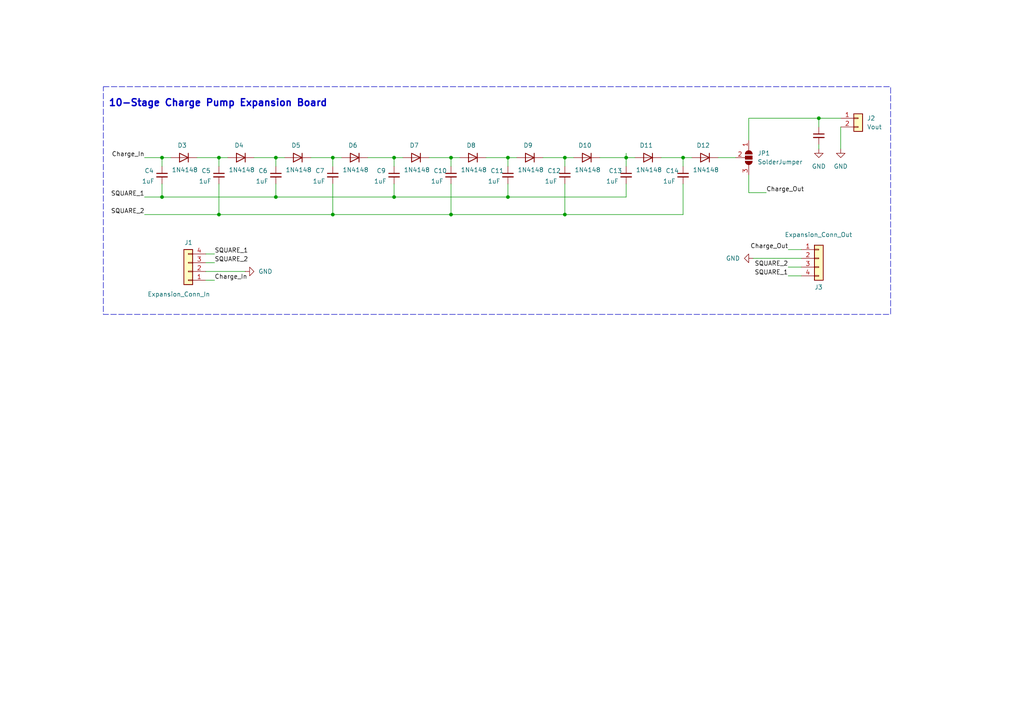
<source format=kicad_sch>
(kicad_sch (version 20231120) (generator "eeschema") (generator_version "8.0")
  (paper "A4")
  (title_block (title "NE555 Charge Pump Expansion Board") (date "2024-06-27") (rev "1.0") (company "EngrEDU"))
  (lib_symbols
    (symbol "Connector_Generic:Conn_01x02" (pin_names (offset 1.016) hide)
      (property "Reference" "J" (at 0 2.54 0))
      (property "Value" "Conn_01x02" (at 0 -5.08 0))
      (symbol "Conn_01x02_1_1"
        (rectangle (start -1.27 -2.413) (end 0 -2.667) (stroke (width 0.1524)))
        (rectangle (start -1.27 0.127) (end 0 -0.127) (stroke (width 0.1524)))
        (rectangle (start -1.27 1.27) (end 1.27 -3.81) (stroke (width 0.254)) (fill (type background)))
        (pin passive line (at -5.08 0 0) (length 3.81) (name "Pin_1") (number "1"))
        (pin passive line (at -5.08 -2.54 0) (length 3.81) (name "Pin_2") (number "2"))
      )
    )
    (symbol "Connector_Generic:Conn_01x04" (pin_names (offset 1.016) hide)
      (property "Reference" "J" (at 0 5.08 0))
      (property "Value" "Conn_01x04" (at 0 -7.62 0))
      (symbol "Conn_01x04_1_1"
        (rectangle (start -1.27 -4.953) (end 0 -5.207) (stroke (width 0.1524)))
        (rectangle (start -1.27 -2.413) (end 0 -2.667) (stroke (width 0.1524)))
        (rectangle (start -1.27 0.127) (end 0 -0.127) (stroke (width 0.1524)))
        (rectangle (start -1.27 2.667) (end 0 2.413) (stroke (width 0.1524)))
        (rectangle (start -1.27 3.81) (end 1.27 -6.35) (stroke (width 0.254)) (fill (type background)))
        (pin passive line (at -5.08 2.54 0) (length 3.81) (name "Pin_1") (number "1"))
        (pin passive line (at -5.08 0 0) (length 3.81) (name "Pin_2") (number "2"))
        (pin passive line (at -5.08 -2.54 0) (length 3.81) (name "Pin_3") (number "3"))
        (pin passive line (at -5.08 -5.08 0) (length 3.81) (name "Pin_4") (number "4"))
      )
    )
    (symbol "Device:C_Small" (pin_numbers hide) (pin_names (offset 0.254) hide)
      (property "Reference" "C" (at 0.254 1.778 0))
      (property "Value" "C_Small" (at 0.254 -2.032 0))
      (symbol "C_Small_0_1"
        (polyline (pts (xy -1.524 -0.508) (xy 1.524 -0.508)) (stroke (width 0.3302)))
        (polyline (pts (xy -1.524 0.508) (xy 1.524 0.508)) (stroke (width 0.3048)))
      )
      (symbol "C_Small_1_1"
        (pin passive line (at 0 2.54 270) (length 2.032) (name "~") (number "1"))
        (pin passive line (at 0 -2.54 90) (length 2.032) (name "~") (number "2"))
      )
    )
    (symbol "Diode:1N4148" (pin_numbers hide) (pin_names hide)
      (property "Reference" "D" (at 0 2.54 0))
      (property "Value" "1N4148" (at 0 -2.54 0))
      (symbol "1N4148_0_1"
        (polyline (pts (xy -1.27 1.27) (xy -1.27 -1.27)) (stroke (width 0.254)))
        (polyline (pts (xy 1.27 0) (xy -1.27 0)))
        (polyline (pts (xy 1.27 1.27) (xy 1.27 -1.27) (xy -1.27 0) (xy 1.27 1.27)) (stroke (width 0.254)))
      )
      (symbol "1N4148_1_1"
        (pin passive line (at -3.81 0 0) (length 2.54) (name "K") (number "1"))
        (pin passive line (at 3.81 0 180) (length 2.54) (name "A") (number "2"))
      )
    )
    (symbol "Jumper:SolderJumper_3_Open" (pin_names (offset 0) hide) (exclude_from_sim yes) (in_bom no)
      (property "Reference" "JP" (at -2.54 -2.54 0))
      (property "Value" "SolderJumper_3_Open" (at 0 2.794 0))
      (symbol "SolderJumper_3_Open_0_1"
        (arc (start -1.016 1.016) (mid -2.0276 0) (end -1.016 -1.016))
        (arc (start -1.016 1.016) (mid -2.0276 0) (end -1.016 -1.016) (fill (type outline)))
        (rectangle (start -0.508 1.016) (end 0.508 -1.016) (fill (type outline)))
        (polyline (pts (xy -2.54 0) (xy -2.032 0)))
        (polyline (pts (xy -1.016 1.016) (xy -1.016 -1.016)))
        (polyline (pts (xy 0 -1.27) (xy 0 -1.016)))
        (polyline (pts (xy 1.016 1.016) (xy 1.016 -1.016)))
        (polyline (pts (xy 2.54 0) (xy 2.032 0)))
        (arc (start 1.016 -1.016) (mid 2.0276 0) (end 1.016 1.016))
        (arc (start 1.016 -1.016) (mid 2.0276 0) (end 1.016 1.016) (fill (type outline)))
      )
      (symbol "SolderJumper_3_Open_1_1"
        (pin passive line (at -5.08 0 0) (length 2.54) (name "A") (number "1"))
        (pin passive line (at 0 -3.81 90) (length 2.54) (name "C") (number "2"))
        (pin passive line (at 5.08 0 180) (length 2.54) (name "B") (number "3"))
      )
    )
    (symbol "power:GND" (power) (pin_numbers hide) (pin_names (offset 0) hide)
      (property "Value" "GND" (at 0 -3.81 0))
      (symbol "GND_0_1"
        (polyline (pts (xy 0 0) (xy 0 -1.27) (xy 1.27 -1.27) (xy 0 -2.54) (xy -1.27 -1.27) (xy 0 -1.27)))
      )
      (symbol "GND_1_1"
        (pin power_in line (at 0 0 270) (length 0) (name "~") (number "1"))
      )
    )
  )
  (junction (at 163.83 45.72))
  (junction (at 114.3 45.72))
  (junction (at 80.01 45.72))
  (junction (at 114.3 57.15))
  (junction (at 237.49 34.29))
  (junction (at 130.81 45.72))
  (junction (at 46.99 45.72))
  (junction (at 96.52 45.72))
  (junction (at 147.32 57.15))
  (junction (at 198.12 45.72))
  (junction (at 163.83 62.23))
  (junction (at 147.32 45.72))
  (junction (at 46.99 57.15))
  (junction (at 181.61 45.72))
  (junction (at 96.52 62.23))
  (junction (at 63.5 62.23))
  (junction (at 63.5 45.72))
  (junction (at 80.01 57.15))
  (junction (at 130.81 62.23))
  (wire (pts (xy 228.6 80.01) (xy 232.41 80.01)))
  (wire (pts (xy 41.91 45.72) (xy 46.99 45.72)))
  (wire (pts (xy 147.32 45.72) (xy 149.86 45.72)))
  (wire (pts (xy 181.61 44.45) (xy 181.61 45.72)))
  (wire (pts (xy 217.17 40.64) (xy 217.17 34.29)))
  (wire (pts (xy 80.01 53.34) (xy 80.01 57.15)))
  (wire (pts (xy 181.61 53.34) (xy 181.61 57.15)))
  (wire (pts (xy 114.3 57.15) (xy 80.01 57.15)))
  (wire (pts (xy 63.5 62.23) (xy 63.5 53.34)))
  (wire (pts (xy 181.61 45.72) (xy 181.61 48.26)))
  (wire (pts (xy 124.46 45.72) (xy 130.81 45.72)))
  (wire (pts (xy 96.52 45.72) (xy 99.06 45.72)))
  (wire (pts (xy 41.91 57.15) (xy 46.99 57.15)))
  (wire (pts (xy 106.68 45.72) (xy 114.3 45.72)))
  (wire (pts (xy 237.49 34.29) (xy 243.84 34.29)))
  (wire (pts (xy 198.12 62.23) (xy 163.83 62.23)))
  (wire (pts (xy 208.28 45.72) (xy 213.36 45.72)))
  (wire (pts (xy 130.81 45.72) (xy 130.81 48.26)))
  (wire (pts (xy 163.83 45.72) (xy 157.48 45.72)))
  (wire (pts (xy 181.61 45.72) (xy 184.15 45.72)))
  (wire (pts (xy 147.32 53.34) (xy 147.32 57.15)))
  (wire (pts (xy 181.61 57.15) (xy 147.32 57.15)))
  (wire (pts (xy 237.49 41.91) (xy 237.49 43.18)))
  (wire (pts (xy 59.69 78.74) (xy 71.12 78.74)))
  (wire (pts (xy 130.81 53.34) (xy 130.81 62.23)))
  (wire (pts (xy 80.01 45.72) (xy 82.55 45.72)))
  (wire (pts (xy 147.32 45.72) (xy 140.97 45.72)))
  (wire (pts (xy 114.3 45.72) (xy 114.3 48.26)))
  (wire (pts (xy 96.52 45.72) (xy 90.17 45.72)))
  (wire (pts (xy 163.83 45.72) (xy 166.37 45.72)))
  (wire (pts (xy 46.99 45.72) (xy 49.53 45.72)))
  (wire (pts (xy 243.84 36.83) (xy 243.84 43.18)))
  (wire (pts (xy 228.6 72.39) (xy 232.41 72.39)))
  (wire (pts (xy 80.01 57.15) (xy 46.99 57.15)))
  (wire (pts (xy 114.3 53.34) (xy 114.3 57.15)))
  (wire (pts (xy 228.6 77.47) (xy 232.41 77.47)))
  (wire (pts (xy 130.81 62.23) (xy 96.52 62.23)))
  (wire (pts (xy 63.5 45.72) (xy 63.5 48.26)))
  (wire (pts (xy 218.44 74.93) (xy 232.41 74.93)))
  (wire (pts (xy 59.69 81.28) (xy 62.23 81.28)))
  (wire (pts (xy 59.69 73.66) (xy 62.23 73.66)))
  (wire (pts (xy 222.25 55.88) (xy 217.17 55.88)))
  (wire (pts (xy 147.32 57.15) (xy 114.3 57.15)))
  (wire (pts (xy 147.32 48.26) (xy 147.32 45.72)))
  (wire (pts (xy 198.12 45.72) (xy 200.66 45.72)))
  (wire (pts (xy 114.3 45.72) (xy 116.84 45.72)))
  (wire (pts (xy 63.5 45.72) (xy 66.04 45.72)))
  (wire (pts (xy 96.52 53.34) (xy 96.52 62.23)))
  (wire (pts (xy 41.91 62.23) (xy 63.5 62.23)))
  (wire (pts (xy 217.17 34.29) (xy 237.49 34.29)))
  (wire (pts (xy 80.01 48.26) (xy 80.01 45.72)))
  (wire (pts (xy 191.77 45.72) (xy 198.12 45.72)))
  (wire (pts (xy 163.83 48.26) (xy 163.83 45.72)))
  (wire (pts (xy 163.83 53.34) (xy 163.83 62.23)))
  (wire (pts (xy 173.99 45.72) (xy 181.61 45.72)))
  (wire (pts (xy 237.49 36.83) (xy 237.49 34.29)))
  (wire (pts (xy 46.99 45.72) (xy 46.99 48.26)))
  (wire (pts (xy 198.12 45.72) (xy 198.12 48.26)))
  (wire (pts (xy 57.15 45.72) (xy 63.5 45.72)))
  (wire (pts (xy 217.17 55.88) (xy 217.17 50.8)))
  (wire (pts (xy 59.69 76.2) (xy 62.23 76.2)))
  (wire (pts (xy 96.52 62.23) (xy 63.5 62.23)))
  (wire (pts (xy 198.12 53.34) (xy 198.12 62.23)))
  (wire (pts (xy 80.01 45.72) (xy 73.66 45.72)))
  (wire (pts (xy 163.83 62.23) (xy 130.81 62.23)))
  (wire (pts (xy 46.99 57.15) (xy 46.99 53.34)))
  (wire (pts (xy 96.52 48.26) (xy 96.52 45.72)))
  (wire (pts (xy 130.81 45.72) (xy 133.35 45.72)))
  (rectangle (start 29.972 25.146) (end 258.318 91.186) (stroke (width 0) (type dash)))
  (text "10-Stage Charge Pump Expansion Board" (at 63.246 29.972 0) (effects (font (size 2 2) (thickness 0.4) (bold yes))))
  (label "SQUARE_2" (at 228.6 77.47 180))
  (label "SQUARE_1" (at 228.6 80.01 180))
  (label "Charge_In" (at 41.91 45.72 180))
  (label "Charge_In" (at 62.23 81.28 0))
  (label "SQUARE_1" (at 62.23 73.66 0))
  (label "Charge_Out" (at 222.25 55.88 0))
  (label "SQUARE_2" (at 62.23 76.2 0))
  (label "SQUARE_2" (at 41.91 62.23 180))
  (label "Charge_Out" (at 228.6 72.39 180))
  (label "SQUARE_1" (at 41.91 57.15 180))
  (symbol (lib_id "Diode:1N4148") (at 102.87 45.72 180) (unit 1)
    (property "Reference" "D6" (at 102.362 42.164 0))
    (property "Value" "1N4148" (at 103.124 49.276 0))
    (property "Footprint" "Diode_SMD:D_MELF" (effects (hide yes)))
    (property "Datasheet" "https://assets.nexperia.com/documents/data-sheet/1N4148_1N4448.pdf" (effects (hide yes)))
    (property "Description" "100V 0.15A standard switching diode, DO-35" (effects (hide yes)))
    (property "Sim.Device" "D" (effects (hide yes)))
    (property "Sim.Pins" "1=K 2=A" (effects (hide yes)))
  )
  (symbol (lib_id "Device:C_Small") (at 114.3 50.8 0) (unit 1)
    (property "Reference" "C9" (at 109.22 49.53 0) (effects (justify left)))
    (property "Value" "1uF" (at 108.458 52.578 0) (effects (justify left)))
    (property "Footprint" "Capacitor_SMD:C_1206_3216Metric_Pad1.33x1.80mm_HandSolder" (effects (hide yes)))
    (property "Description" "Unpolarized capacitor, small symbol" (effects (hide yes)))
  )
  (symbol (lib_id "Diode:1N4148") (at 170.18 45.72 180) (unit 1)
    (property "Reference" "D10" (at 169.672 42.164 0))
    (property "Value" "1N4148" (at 170.434 49.276 0))
    (property "Footprint" "Diode_SMD:D_MELF" (effects (hide yes)))
    (property "Datasheet" "https://assets.nexperia.com/documents/data-sheet/1N4148_1N4448.pdf" (effects (hide yes)))
    (property "Description" "100V 0.15A standard switching diode, DO-35" (effects (hide yes)))
    (property "Sim.Device" "D" (effects (hide yes)))
    (property "Sim.Pins" "1=K 2=A" (effects (hide yes)))
  )
  (symbol (lib_id "power:GND") (at 243.84 43.18 0) (unit 1)
    (property "Reference" "#PWR015" (effects (hide yes)))
    (property "Value" "GND" (at 243.84 48.26 0))
    (property "Description" "Power symbol creates a global label with name \"GND\" , ground" (effects (hide yes)))
  )
  (symbol (lib_id "Device:C_Small") (at 237.49 39.37 0) (unit 1)
    (property "Reference" "C8" (effects (hide yes)))
    (property "Value" "1uF" (effects (hide yes)))
    (property "Footprint" "Capacitor_SMD:C_1206_3216Metric_Pad1.33x1.80mm_HandSolder" (effects (hide yes)))
    (property "Description" "Unpolarized capacitor, small symbol" (effects (hide yes)))
  )
  (symbol (lib_id "Connector_Generic:Conn_01x04") (at 237.49 74.93 0) (unit 1)
    (property "Reference" "J3" (at 236.22 83.312 0) (effects (justify left)))
    (property "Value" "Expansion_Conn_Out" (at 227.584 68.072 0) (effects (justify left)))
    (property "Footprint" "Connector_PinHeader_2.54mm:PinHeader_1x04_P2.54mm_Horizontal" (effects (hide yes)))
    (property "Description" "Generic connector, single row, 01x04, script generated (kicad-library-utils/schlib/autogen/connector/)" (effects (hide yes)))
  )
  (symbol (lib_id "Diode:1N4148") (at 187.96 45.72 180) (unit 1)
    (property "Reference" "D11" (at 187.452 42.164 0))
    (property "Value" "1N4148" (at 188.214 49.276 0))
    (property "Footprint" "Diode_SMD:D_MELF" (effects (hide yes)))
    (property "Datasheet" "https://assets.nexperia.com/documents/data-sheet/1N4148_1N4448.pdf" (effects (hide yes)))
    (property "Description" "100V 0.15A standard switching diode, DO-35" (effects (hide yes)))
    (property "Sim.Device" "D" (effects (hide yes)))
    (property "Sim.Pins" "1=K 2=A" (effects (hide yes)))
  )
  (symbol (lib_id "Connector_Generic:Conn_01x04") (at 54.61 78.74 180) (unit 1)
    (property "Reference" "J1" (at 55.88 70.358 0) (effects (justify left)))
    (property "Value" "Expansion_Conn_In" (at 60.96 85.344 0) (effects (justify left)))
    (property "Footprint" "Connector_PinSocket_2.54mm:PinSocket_1x04_P2.54mm_Horizontal" (effects (hide yes)))
    (property "Description" "Generic connector, single row, 01x04, script generated (kicad-library-utils/schlib/autogen/connector/)" (effects (hide yes)))
  )
  (symbol (lib_id "Diode:1N4148") (at 69.85 45.72 180) (unit 1)
    (property "Reference" "D4" (at 69.342 42.164 0))
    (property "Value" "1N4148" (at 70.104 49.276 0))
    (property "Footprint" "Diode_SMD:D_MELF" (effects (hide yes)))
    (property "Datasheet" "https://assets.nexperia.com/documents/data-sheet/1N4148_1N4448.pdf" (effects (hide yes)))
    (property "Description" "100V 0.15A standard switching diode, DO-35" (effects (hide yes)))
    (property "Sim.Device" "D" (effects (hide yes)))
    (property "Sim.Pins" "1=K 2=A" (effects (hide yes)))
  )
  (symbol (lib_id "power:GND") (at 218.44 74.93 270) (unit 1)
    (property "Reference" "#PWR016" (effects (hide yes)))
    (property "Value" "GND" (at 214.63 74.9299 90) (effects (justify right)))
    (property "Description" "Power symbol creates a global label with name \"GND\" , ground" (effects (hide yes)))
  )
  (symbol (lib_id "Diode:1N4148") (at 153.67 45.72 180) (unit 1)
    (property "Reference" "D9" (at 153.162 42.164 0))
    (property "Value" "1N4148" (at 153.924 49.276 0))
    (property "Footprint" "Diode_SMD:D_MELF" (effects (hide yes)))
    (property "Datasheet" "https://assets.nexperia.com/documents/data-sheet/1N4148_1N4448.pdf" (effects (hide yes)))
    (property "Description" "100V 0.15A standard switching diode, DO-35" (effects (hide yes)))
    (property "Sim.Device" "D" (effects (hide yes)))
    (property "Sim.Pins" "1=K 2=A" (effects (hide yes)))
  )
  (symbol (lib_id "Diode:1N4148") (at 86.36 45.72 180) (unit 1)
    (property "Reference" "D5" (at 85.852 42.164 0))
    (property "Value" "1N4148" (at 86.614 49.276 0))
    (property "Footprint" "Diode_SMD:D_MELF" (effects (hide yes)))
    (property "Datasheet" "https://assets.nexperia.com/documents/data-sheet/1N4148_1N4448.pdf" (effects (hide yes)))
    (property "Description" "100V 0.15A standard switching diode, DO-35" (effects (hide yes)))
    (property "Sim.Device" "D" (effects (hide yes)))
    (property "Sim.Pins" "1=K 2=A" (effects (hide yes)))
  )
  (symbol (lib_id "Connector_Generic:Conn_01x02") (at 248.92 34.29 0) (unit 1)
    (property "Reference" "J2" (at 251.46 34.2899 0) (effects (justify left)))
    (property "Value" "Vout" (at 251.46 36.8299 0) (effects (justify left)))
    (property "Footprint" "Connector_PinHeader_2.54mm:PinHeader_1x02_P2.54mm_Vertical" (effects (hide yes)))
    (property "Description" "Generic connector, single row, 01x02, script generated (kicad-library-utils/schlib/autogen/connector/)" (effects (hide yes)))
  )
  (symbol (lib_id "Device:C_Small") (at 198.12 50.8 0) (unit 1)
    (property "Reference" "C14" (at 193.04 49.53 0) (effects (justify left)))
    (property "Value" "1uF" (at 192.278 52.578 0) (effects (justify left)))
    (property "Footprint" "Capacitor_SMD:C_1206_3216Metric_Pad1.33x1.80mm_HandSolder" (effects (hide yes)))
    (property "Description" "Unpolarized capacitor, small symbol" (effects (hide yes)))
  )
  (symbol (lib_id "Device:C_Small") (at 63.5 50.8 0) (unit 1)
    (property "Reference" "C5" (at 58.42 49.53 0) (effects (justify left)))
    (property "Value" "1uF" (at 57.658 52.578 0) (effects (justify left)))
    (property "Footprint" "Capacitor_SMD:C_1206_3216Metric_Pad1.33x1.80mm_HandSolder" (effects (hide yes)))
    (property "Description" "Unpolarized capacitor, small symbol" (effects (hide yes)))
  )
  (symbol (lib_id "Device:C_Small") (at 181.61 50.8 0) (unit 1)
    (property "Reference" "C13" (at 176.53 49.53 0) (effects (justify left)))
    (property "Value" "1uF" (at 175.768 52.578 0) (effects (justify left)))
    (property "Footprint" "Capacitor_SMD:C_1206_3216Metric_Pad1.33x1.80mm_HandSolder" (effects (hide yes)))
    (property "Description" "Unpolarized capacitor, small symbol" (effects (hide yes)))
  )
  (symbol (lib_id "Device:C_Small") (at 80.01 50.8 0) (unit 1)
    (property "Reference" "C6" (at 74.93 49.53 0) (effects (justify left)))
    (property "Value" "1uF" (at 74.168 52.578 0) (effects (justify left)))
    (property "Footprint" "Capacitor_SMD:C_1206_3216Metric_Pad1.33x1.80mm_HandSolder" (effects (hide yes)))
    (property "Description" "Unpolarized capacitor, small symbol" (effects (hide yes)))
  )
  (symbol (lib_id "Device:C_Small") (at 147.32 50.8 0) (unit 1)
    (property "Reference" "C11" (at 142.24 49.53 0) (effects (justify left)))
    (property "Value" "1uF" (at 141.478 52.578 0) (effects (justify left)))
    (property "Footprint" "Capacitor_SMD:C_1206_3216Metric_Pad1.33x1.80mm_HandSolder" (effects (hide yes)))
    (property "Description" "Unpolarized capacitor, small symbol" (effects (hide yes)))
  )
  (symbol (lib_id "Device:C_Small") (at 96.52 50.8 0) (unit 1)
    (property "Reference" "C7" (at 91.44 49.53 0) (effects (justify left)))
    (property "Value" "1uF" (at 90.678 52.578 0) (effects (justify left)))
    (property "Footprint" "Capacitor_SMD:C_1206_3216Metric_Pad1.33x1.80mm_HandSolder" (effects (hide yes)))
    (property "Description" "Unpolarized capacitor, small symbol" (effects (hide yes)))
  )
  (symbol (lib_id "Device:C_Small") (at 163.83 50.8 0) (unit 1)
    (property "Reference" "C12" (at 158.75 49.53 0) (effects (justify left)))
    (property "Value" "1uF" (at 157.988 52.578 0) (effects (justify left)))
    (property "Footprint" "Capacitor_SMD:C_1206_3216Metric_Pad1.33x1.80mm_HandSolder" (effects (hide yes)))
    (property "Description" "Unpolarized capacitor, small symbol" (effects (hide yes)))
  )
  (symbol (lib_id "power:GND") (at 71.12 78.74 90) (unit 1)
    (property "Reference" "#PWR01" (effects (hide yes)))
    (property "Value" "GND" (at 74.93 78.7399 90) (effects (justify right)))
    (property "Description" "Power symbol creates a global label with name \"GND\" , ground" (effects (hide yes)))
  )
  (symbol (lib_id "Device:C_Small") (at 46.99 50.8 0) (unit 1)
    (property "Reference" "C4" (at 41.91 49.53 0) (effects (justify left)))
    (property "Value" "1uF" (at 41.148 52.578 0) (effects (justify left)))
    (property "Footprint" "Capacitor_SMD:C_1206_3216Metric_Pad1.33x1.80mm_HandSolder" (effects (hide yes)))
    (property "Description" "Unpolarized capacitor, small symbol" (effects (hide yes)))
  )
  (symbol (lib_id "Device:C_Small") (at 130.81 50.8 0) (unit 1)
    (property "Reference" "C10" (at 125.73 49.53 0) (effects (justify left)))
    (property "Value" "1uF" (at 124.968 52.578 0) (effects (justify left)))
    (property "Footprint" "Capacitor_SMD:C_1206_3216Metric_Pad1.33x1.80mm_HandSolder" (effects (hide yes)))
    (property "Description" "Unpolarized capacitor, small symbol" (effects (hide yes)))
  )
  (symbol (lib_id "Diode:1N4148") (at 137.16 45.72 180) (unit 1)
    (property "Reference" "D8" (at 136.652 42.164 0))
    (property "Value" "1N4148" (at 137.414 49.276 0))
    (property "Footprint" "Diode_SMD:D_MELF" (effects (hide yes)))
    (property "Datasheet" "https://assets.nexperia.com/documents/data-sheet/1N4148_1N4448.pdf" (effects (hide yes)))
    (property "Description" "100V 0.15A standard switching diode, DO-35" (effects (hide yes)))
    (property "Sim.Device" "D" (effects (hide yes)))
    (property "Sim.Pins" "1=K 2=A" (effects (hide yes)))
  )
  (symbol (lib_id "Diode:1N4148") (at 53.34 45.72 180) (unit 1)
    (property "Reference" "D3" (at 52.832 42.164 0))
    (property "Value" "1N4148" (at 53.594 49.276 0))
    (property "Footprint" "Diode_SMD:D_MELF" (effects (hide yes)))
    (property "Datasheet" "https://assets.nexperia.com/documents/data-sheet/1N4148_1N4448.pdf" (effects (hide yes)))
    (property "Description" "100V 0.15A standard switching diode, DO-35" (effects (hide yes)))
    (property "Sim.Device" "D" (effects (hide yes)))
    (property "Sim.Pins" "1=K 2=A" (effects (hide yes)))
  )
  (symbol (lib_id "Jumper:SolderJumper_3_Open") (at 217.17 45.72 270) (unit 1) (exclude_from_sim yes) (in_bom no)
    (property "Reference" "JP1" (at 219.71 44.4499 90) (effects (justify left)))
    (property "Value" "SolderJumper" (at 219.71 46.9899 90) (effects (justify left)))
    (property "Footprint" "Jumper:SolderJumper-3_P1.3mm_Open_RoundedPad1.0x1.5mm" (effects (hide yes)))
    (property "Description" "Solder Jumper, 3-pole, open" (effects (hide yes)))
  )
  (symbol (lib_id "Diode:1N4148") (at 204.47 45.72 180) (unit 1)
    (property "Reference" "D12" (at 203.962 42.164 0))
    (property "Value" "1N4148" (at 204.724 49.276 0))
    (property "Footprint" "Diode_SMD:D_MELF" (effects (hide yes)))
    (property "Datasheet" "https://assets.nexperia.com/documents/data-sheet/1N4148_1N4448.pdf" (effects (hide yes)))
    (property "Description" "100V 0.15A standard switching diode, DO-35" (effects (hide yes)))
    (property "Sim.Device" "D" (effects (hide yes)))
    (property "Sim.Pins" "1=K 2=A" (effects (hide yes)))
  )
  (symbol (lib_id "power:GND") (at 237.49 43.18 0) (unit 1)
    (property "Reference" "#PWR014" (effects (hide yes)))
    (property "Value" "GND" (at 237.49 48.26 0))
    (property "Description" "Power symbol creates a global label with name \"GND\" , ground" (effects (hide yes)))
  )
  (symbol (lib_id "Diode:1N4148") (at 120.65 45.72 180) (unit 1)
    (property "Reference" "D7" (at 120.142 42.164 0))
    (property "Value" "1N4148" (at 120.904 49.276 0))
    (property "Footprint" "Diode_SMD:D_MELF" (effects (hide yes)))
    (property "Datasheet" "https://assets.nexperia.com/documents/data-sheet/1N4148_1N4448.pdf" (effects (hide yes)))
    (property "Description" "100V 0.15A standard switching diode, DO-35" (effects (hide yes)))
    (property "Sim.Device" "D" (effects (hide yes)))
    (property "Sim.Pins" "1=K 2=A" (effects (hide yes)))
  )
)
</source>
